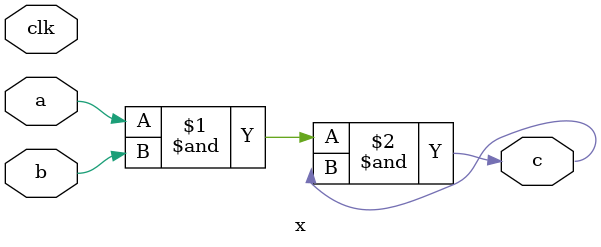
<source format=v>
module x(input clk,a,b,output c); 

assign c = a & b & c;

endmodule
</source>
